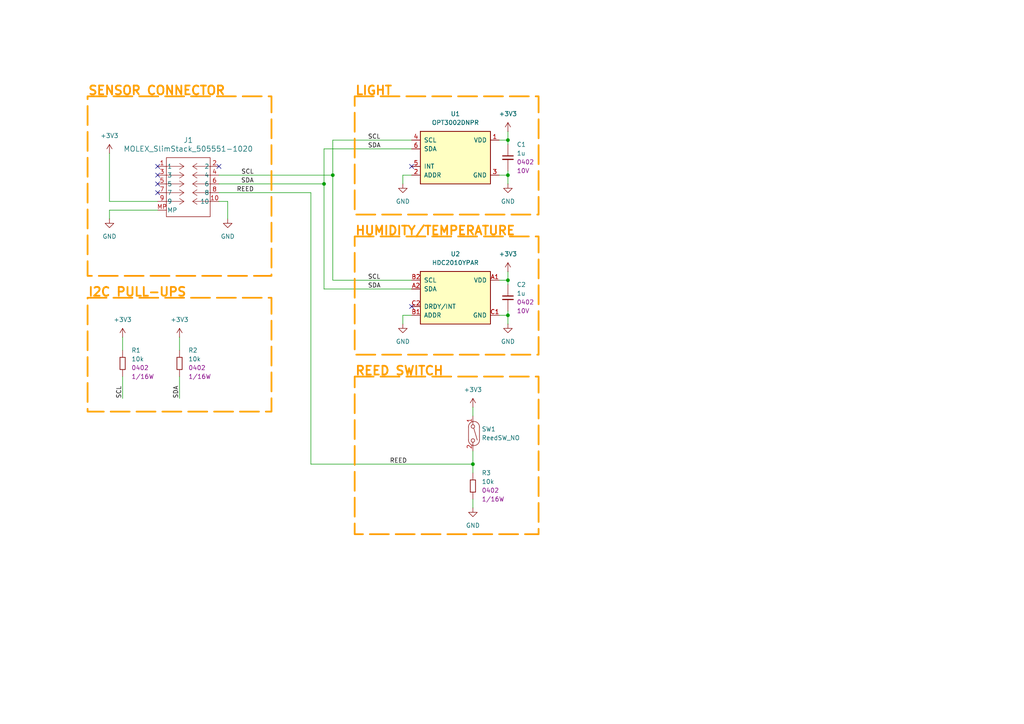
<source format=kicad_sch>
(kicad_sch (version 20250114) (generator "eeschema") (generator_version "9.0")
  (paper "A4")
  (title_block (title "Xihe") (date "2025-08-26") (rev "0.1"))
  (lib_symbols
    (symbol "connectors:MOLEX_SlimStack_505551-1020" (pin_names (offset 0.254))
      (property "Reference" "J" (at 6.096 1.27 0))
      (property "Value" "MOLEX_SlimStack_505551-1020" (at -1.27 13.716 0))
      (symbol "MOLEX_SlimStack_505551-1020_0_1"
        (rectangle (start 0 0) (end 12.7 -17.145))
      )
      (symbol "MOLEX_SlimStack_505551-1020_1_0"
        (pin passive line (at -2.54 -10.16 0) (length 2.54) (name "8") (number "8"))
        (pin passive line (at -2.54 -12.7 0) (length 2.54) (name "10") (number "10"))
        (pin passive line (at 15.24 -10.16 180) (length 2.54) (name "7") (number "7"))
        (pin passive line (at 15.24 -12.7 180) (length 2.54) (name "9") (number "9"))
        (pin passive line (at 15.24 -15.24 180) (length 2.54) (name "MP") (number "MP"))
      )
      (symbol "MOLEX_SlimStack_505551-1020_1_1"
        (polyline (pts (xy 5.08 -2.54) (xy 0 -2.54)) (stroke (width 0.127)))
        (polyline (pts (xy 5.08 -2.54) (xy 3.81 -1.6933)) (stroke (width 0.127)))
        (polyline (pts (xy 5.08 -2.54) (xy 3.81 -3.3867)) (stroke (width 0.127)))
        (polyline (pts (xy 5.08 -5.08) (xy 0 -5.08)) (stroke (width 0.127)))
        (polyline (pts (xy 5.08 -5.08) (xy 3.81 -4.2333)) (stroke (width 0.127)))
        (polyline (pts (xy 5.08 -5.08) (xy 3.81 -5.9267)) (stroke (width 0.127)))
        (polyline (pts (xy 5.08 -7.62) (xy 0 -7.62)) (stroke (width 0.127)))
        (polyline (pts (xy 5.08 -7.62) (xy 3.81 -6.7733)) (stroke (width 0.127)))
        (polyline (pts (xy 5.08 -7.62) (xy 3.81 -8.4667)) (stroke (width 0.127)))
        (polyline (pts (xy 5.08 -10.16) (xy 0 -10.16)) (stroke (width 0.127)))
        (polyline (pts (xy 5.08 -10.16) (xy 3.81 -9.3133)) (stroke (width 0.127)))
        (polyline (pts (xy 5.08 -10.16) (xy 3.81 -11.0067)) (stroke (width 0.127)))
        (polyline (pts (xy 5.08 -12.7) (xy 0 -12.7)) (stroke (width 0.127)))
        (polyline (pts (xy 5.08 -12.7) (xy 3.81 -11.8533)) (stroke (width 0.127)))
        (polyline (pts (xy 5.08 -12.7) (xy 3.81 -13.5467)) (stroke (width 0.127)))
        (polyline (pts (xy 7.62 -2.54) (xy 8.89 -1.6933)) (stroke (width 0.127)))
        (polyline (pts (xy 7.62 -2.54) (xy 8.89 -3.3867)) (stroke (width 0.127)))
        (polyline (pts (xy 7.62 -2.54) (xy 12.7 -2.54)) (stroke (width 0.127)))
        (polyline (pts (xy 7.62 -5.08) (xy 8.89 -4.2333)) (stroke (width 0.127)))
        (polyline (pts (xy 7.62 -5.08) (xy 8.89 -5.9267)) (stroke (width 0.127)))
        (polyline (pts (xy 7.62 -5.08) (xy 12.7 -5.08)) (stroke (width 0.127)))
        (polyline (pts (xy 7.62 -7.62) (xy 8.89 -6.7733)) (stroke (width 0.127)))
        (polyline (pts (xy 7.62 -7.62) (xy 8.89 -8.4667)) (stroke (width 0.127)))
        (polyline (pts (xy 7.62 -7.62) (xy 12.7 -7.62)) (stroke (width 0.127)))
        (polyline (pts (xy 7.62 -10.16) (xy 8.89 -9.3133)) (stroke (width 0.127)))
        (polyline (pts (xy 7.62 -10.16) (xy 8.89 -11.0067)) (stroke (width 0.127)))
        (polyline (pts (xy 7.62 -10.16) (xy 12.7 -10.16)) (stroke (width 0.127)))
        (polyline (pts (xy 7.62 -12.7) (xy 8.89 -11.8533)) (stroke (width 0.127)))
        (polyline (pts (xy 7.62 -12.7) (xy 8.89 -13.5467)) (stroke (width 0.127)))
        (polyline (pts (xy 7.62 -12.7) (xy 12.7 -12.7)) (stroke (width 0.127)))
        (pin passive line (at -2.54 -2.54 0) (length 2.54) (name "2") (number "2"))
        (pin passive line (at -2.54 -5.08 0) (length 2.54) (name "4") (number "4"))
        (pin passive line (at -2.54 -7.62 0) (length 2.54) (name "6") (number "6"))
        (pin passive line (at 15.24 -2.54 180) (length 2.54) (name "1") (number "1"))
        (pin passive line (at 15.24 -5.08 180) (length 2.54) (name "3") (number "3"))
        (pin passive line (at 15.24 -7.62 180) (length 2.54) (name "5") (number "5"))
      )
    )
    (symbol "passive:C" (pin_numbers (hide yes))
      (property "Reference" "C" (at 2.54 -1.27 0))
      (property "Value" "C" (at 2.54 -3.048 0))
      (property "Package" "PKG" (at 2.54 -4.826 0))
      (property "Voltage Rating" "V" (at 2.54 -6.604 0))
      (symbol "C_0_1"
        (polyline (pts (xy -1.524 -3.302) (xy 1.524 -3.302)) (stroke (width 0.3048)))
        (polyline (pts (xy -1.524 -4.318) (xy 1.524 -4.318)) (stroke (width 0.3302)))
      )
      (symbol "C_1_1"
        (pin passive line (at 0 0 270) (length 3.175) (name "~") (number "1"))
        (pin passive line (at 0 -7.62 90) (length 3.175) (name "~") (number "2"))
      )
    )
    (symbol "passive:R" (pin_numbers (hide yes))
      (property "Reference" "R" (at 2.54 -1.27 0))
      (property "Value" "R" (at 2.54 -3.048 0))
      (property "Package" "PKG" (at 2.54 -4.826 0))
      (property "Power" "W" (at 2.54 -6.604 0))
      (symbol "R_0_1"
        (rectangle (start -0.762 -2.032) (end 0.762 -5.588) (stroke (width 0.2032)))
      )
      (symbol "R_1_1"
        (pin passive line (at 0 0 270) (length 1.905) (name "~") (number "1"))
        (pin passive line (at 0 -7.62 90) (length 1.905) (name "~") (number "2"))
      )
    )
    (symbol "power_symbol:+3V3" (power) (pin_numbers (hide yes)) (pin_names (offset 0) (hide yes))
      (property "Value" "+3V3" (at 0 3.556 0))
      (symbol "+3V3_0_1"
        (polyline (pts (xy -0.762 1.27) (xy 0 2.54)))
        (polyline (pts (xy 0 2.54) (xy 0.762 1.27)))
        (polyline (pts (xy 0 0) (xy 0 2.54)))
      )
      (symbol "+3V3_1_1"
        (pin power_in line (at 0 0 90) (length 0) (name "~") (number "1"))
      )
    )
    (symbol "power_symbol:GND" (power) (pin_numbers (hide yes)) (pin_names (offset 0) (hide yes))
      (property "Value" "GND" (at 0 -3.81 0))
      (symbol "GND_0_1"
        (polyline (pts (xy 0 0) (xy 0 -1.27) (xy 1.27 -1.27) (xy 0 -2.54) (xy -1.27 -1.27) (xy 0 -1.27)))
      )
      (symbol "GND_1_1"
        (pin power_in line (at 0 0 270) (length 0) (name "~") (number "1"))
      )
    )
    (symbol "sensor:HDC2010YPAR" (pin_names (offset 1.016))
      (property "Reference" "U" (at 0 1.27 0))
      (property "Value" "HDC2010YPAR" (at 0 -16.002 0))
      (symbol "HDC2010YPAR_0_0"
        (rectangle (start 0 0) (end 20.32 -15.24) (stroke (width 0.254)) (fill (type background)))
        (pin bidirectional line (at -2.54 -5.08 0) (length 2.54) (name "SDA") (number "A2"))
        (pin output line (at -2.54 -10.16 0) (length 2.54) (name "DRDY/INT") (number "C2"))
        (pin input line (at -2.54 -12.7 0) (length 2.54) (name "ADDR") (number "B1"))
        (pin power_in line (at 22.86 -2.54 180) (length 2.54) (name "VDD") (number "A1"))
        (pin power_in line (at 22.86 -12.7 180) (length 2.54) (name "GND") (number "C1"))
      )
      (symbol "HDC2010YPAR_1_0"
        (pin input line (at -2.54 -2.54 0) (length 2.54) (name "SCL") (number "B2"))
      )
    )
    (symbol "sensor:OPT3002DNPR" (pin_names (offset 1.016))
      (property "Reference" "U" (at 0 0.762 0))
      (property "Value" "OPT3002DNPR" (at 0 -17.526 0))
      (symbol "OPT3002DNPR_0_0"
        (rectangle (start 0 0) (end 20.32 -15.24) (stroke (width 0.254)) (fill (type background)))
        (pin bidirectional line (at -2.54 -5.08 0) (length 2.54) (name "SDA") (number "6"))
        (pin output line (at -2.54 -10.16 0) (length 2.54) (name "INT") (number "5"))
        (pin input line (at -2.54 -12.7 0) (length 2.54) (name "ADDR") (number "2"))
        (pin power_in line (at 22.86 -2.54 180) (length 2.54) (name "VDD") (number "1"))
        (pin power_in line (at 22.86 -12.7 180) (length 2.54) (name "GND") (number "3"))
      )
      (symbol "OPT3002DNPR_1_0"
        (pin input line (at -2.54 -2.54 0) (length 2.54) (name "SCL") (number "4"))
        (pin passive line (at 22.86 -12.7 180) (length 2.54) (hide yes) (name "GND") (number "7"))
      )
    )
    (symbol "sensor:ReedSW_NO" (pin_names (offset 0) (hide yes))
      (property "Reference" "SW" (at 0 3.175 0))
      (property "Value" "ReedSW_NO" (at 0 -2.54 0))
      (symbol "ReedSW_NO_0_0"
        (circle (center -2.032 0) (radius 0.508))
        (polyline (pts (xy -1.524 0.254) (xy 1.905 1.27)))
        (circle (center 2.032 0) (radius 0.508))
      )
      (symbol "ReedSW_NO_0_1"
        (polyline (pts (xy -1.905 1.905) (xy 1.905 1.905)))
        (arc (start -1.905 -1.27) (mid -3.4925 0.3175) (end -1.905 1.905))
        (polyline (pts (xy -1.905 -1.27) (xy 1.905 -1.27)))
        (arc (start 1.905 1.905) (mid 3.4925 0.3175) (end 1.905 -1.27))
      )
      (symbol "ReedSW_NO_1_1"
        (pin passive line (at -5.08 0 0) (length 2.54) (name "A") (number "1"))
        (pin passive line (at 5.08 0 180) (length 2.54) (name "B") (number "2"))
      )
    )
  )
  (rectangle (start 25.4 86.36) (end 78.74 119.38) (stroke (width 0.5) (type dash) (color 255 153 0 1)))
  (rectangle (start 102.87 109.22) (end 156.21 154.94) (stroke (width 0.5) (type dash) (color 255 153 0 1)))
  (rectangle (start 102.87 27.94) (end 156.21 62.23) (stroke (width 0.5) (type dash) (color 255 153 0 1)))
  (rectangle (start 25.4 27.94) (end 78.74 80.01) (stroke (width 0.5) (type dash) (color 255 153 0 1)))
  (rectangle (start 102.87 68.58) (end 156.21 102.87) (stroke (width 0.5) (type dash) (color 255 153 0 1)))
  (text "REED SWITCH" (at 102.87 109.22 0) (effects (font (size 2.54 2.54) (thickness 0.508) (bold yes)) (justify left bottom)))
  (text "SENSOR CONNECTOR" (at 25.4 27.94 0) (effects (font (size 2.54 2.54) (thickness 0.508) (bold yes)) (justify left bottom)))
  (text "I2C PULL-UPS" (at 25.4 86.36 0) (effects (font (size 2.54 2.54) (thickness 0.508) (bold yes)) (justify left bottom)))
  (text "HUMIDITY/TEMPERATURE" (at 102.87 68.58 0) (effects (font (size 2.54 2.54) (thickness 0.508) (bold yes)) (justify left bottom)))
  (text "LIGHT" (at 102.87 27.94 0) (effects (font (size 2.54 2.54) (thickness 0.508) (bold yes)) (justify left bottom)))
  (junction (at 96.52 50.8))
  (junction (at 93.98 53.34))
  (junction (at 147.32 40.64))
  (junction (at 147.32 81.28))
  (junction (at 147.32 91.44))
  (junction (at 147.32 50.8))
  (junction (at 137.16 134.62))
  (no_connect (at 119.38 48.26))
  (no_connect (at 63.5 48.26))
  (no_connect (at 45.72 55.88))
  (no_connect (at 45.72 50.8))
  (no_connect (at 119.38 88.9))
  (no_connect (at 45.72 48.26))
  (no_connect (at 45.72 53.34))
  (wire (pts (xy 147.32 90.17) (xy 147.32 91.44)))
  (wire (pts (xy 90.17 134.62) (xy 137.16 134.62)))
  (wire (pts (xy 116.84 91.44) (xy 119.38 91.44)))
  (wire (pts (xy 137.16 144.78) (xy 137.16 147.32)))
  (wire (pts (xy 90.17 55.88) (xy 90.17 134.62)))
  (wire (pts (xy 116.84 50.8) (xy 116.84 53.34)))
  (wire (pts (xy 63.5 50.8) (xy 96.52 50.8)))
  (wire (pts (xy 66.04 58.42) (xy 63.5 58.42)))
  (wire (pts (xy 147.32 49.53) (xy 147.32 50.8)))
  (wire (pts (xy 93.98 83.82) (xy 93.98 53.34)))
  (wire (pts (xy 96.52 40.64) (xy 96.52 50.8)))
  (wire (pts (xy 45.72 58.42) (xy 31.75 58.42)))
  (wire (pts (xy 147.32 81.28) (xy 147.32 82.55)))
  (wire (pts (xy 96.52 81.28) (xy 119.38 81.28)))
  (wire (pts (xy 147.32 50.8) (xy 147.32 53.34)))
  (wire (pts (xy 31.75 60.96) (xy 45.72 60.96)))
  (wire (pts (xy 144.78 81.28) (xy 147.32 81.28)))
  (wire (pts (xy 93.98 83.82) (xy 119.38 83.82)))
  (wire (pts (xy 147.32 91.44) (xy 147.32 93.98)))
  (wire (pts (xy 144.78 91.44) (xy 147.32 91.44)))
  (wire (pts (xy 31.75 60.96) (xy 31.75 63.5)))
  (wire (pts (xy 116.84 93.98) (xy 116.84 91.44)))
  (wire (pts (xy 63.5 55.88) (xy 90.17 55.88)))
  (wire (pts (xy 35.56 97.79) (xy 35.56 101.6)))
  (wire (pts (xy 31.75 58.42) (xy 31.75 44.45)))
  (wire (pts (xy 119.38 40.64) (xy 96.52 40.64)))
  (wire (pts (xy 137.16 130.81) (xy 137.16 134.62)))
  (wire (pts (xy 93.98 43.18) (xy 119.38 43.18)))
  (wire (pts (xy 52.07 109.22) (xy 52.07 115.57)))
  (wire (pts (xy 93.98 53.34) (xy 63.5 53.34)))
  (wire (pts (xy 137.16 118.11) (xy 137.16 120.65)))
  (wire (pts (xy 66.04 58.42) (xy 66.04 63.5)))
  (wire (pts (xy 147.32 78.74) (xy 147.32 81.28)))
  (wire (pts (xy 96.52 81.28) (xy 96.52 50.8)))
  (wire (pts (xy 119.38 50.8) (xy 116.84 50.8)))
  (wire (pts (xy 147.32 40.64) (xy 147.32 41.91)))
  (wire (pts (xy 137.16 134.62) (xy 137.16 137.16)))
  (wire (pts (xy 35.56 109.22) (xy 35.56 115.57)))
  (wire (pts (xy 147.32 38.1) (xy 147.32 40.64)))
  (wire (pts (xy 144.78 50.8) (xy 147.32 50.8)))
  (wire (pts (xy 93.98 53.34) (xy 93.98 43.18)))
  (wire (pts (xy 144.78 40.64) (xy 147.32 40.64)))
  (wire (pts (xy 52.07 97.79) (xy 52.07 101.6)))
  (label "SCL" (at 35.56 115.57 90))
  (label "SDA" (at 52.07 115.57 90))
  (label "SDA" (at 106.68 43.18 0))
  (label "SCL" (at 73.66 50.8 180))
  (label "REED" (at 73.66 55.88 180))
  (label "SDA" (at 106.68 83.82 0))
  (label "REED" (at 113.03 134.62 0))
  (label "SDA" (at 73.66 53.34 180))
  (label "SCL" (at 106.68 81.28 0))
  (label "SCL" (at 106.68 40.64 0))
  (symbol (lib_id "sensor:ReedSW_NO") (at 137.16 125.73 270) (unit 1)
    (property "Reference" "SW1" (at 139.7 124.4599 90) (effects (justify left)))
    (property "Value" "ReedSW_NO" (at 139.7 126.9999 90) (effects (justify left)))
    (property "Footprint" "part_specific:COMUS_RI80SMDM0510J1" (effects (hide yes)))
    (property "Description" "Single Pole Single Throw (SPST) reed switch normally open" (effects (hide yes)))
    (property "Manufacturer" "Comus" (effects (hide yes)))
    (property "Mounting Type" "smt" (effects (hide yes)))
    (property "Part Number" "RI80SMDM-0510-J1" (effects (hide yes)))
  )
  (symbol (lib_id "passive:R") (at 52.07 101.6 0) (unit 1)
    (property "Reference" "R2" (at 54.61 101.5999 0) (effects (justify left)))
    (property "Value" "10k" (at 54.61 104.1399 0) (effects (justify left)))
    (property "Footprint" "passive:R_0402_1005Metric" (effects (hide yes)))
    (property "Package" "0402" (at 54.61 106.6799 0) (effects (justify left)))
    (property "Power" "1/16W" (at 54.61 109.2199 0) (effects (justify left)))
    (property "Manufacturer" "YAGEO" (effects (hide yes)))
    (property "Mounting Type" "smt" (effects (hide yes)))
    (property "Part Number" "RC0402FR-0710KP" (effects (hide yes)))
  )
  (symbol (lib_id "power_symbol:+3V3") (at 52.07 97.79 0) (unit 1)
    (property "Reference" "#PWR013" (effects (hide yes)))
    (property "Value" "+3V3" (at 52.07 92.71 0))
    (property "Description" "Power symbol creates a global label with name \"+3V3\"" (effects (hide yes)))
  )
  (symbol (lib_id "power_symbol:+3V3") (at 147.32 78.74 0) (unit 1)
    (property "Reference" "#PWR02" (effects (hide yes)))
    (property "Value" "+3V3" (at 147.32 73.66 0))
    (property "Description" "Power symbol creates a global label with name \"+3V3\"" (effects (hide yes)))
  )
  (symbol (lib_id "power_symbol:GND") (at 147.32 53.34 0) (unit 1)
    (property "Reference" "#PWR06" (effects (hide yes)))
    (property "Value" "GND" (at 147.32 58.42 0))
    (property "Description" "Power symbol creates a global label with name \"GND\" , ground" (effects (hide yes)))
  )
  (symbol (lib_id "passive:C") (at 147.32 41.91 0) (unit 1)
    (property "Reference" "C1" (at 149.86 41.9162 0) (effects (justify left)))
    (property "Value" "1u" (at 149.86 44.4562 0) (effects (justify left)))
    (property "Footprint" "passive:C_0402_1005Metric" (effects (hide yes)))
    (property "Package" "0402" (at 149.86 46.9962 0) (effects (justify left)))
    (property "Voltage Rating" "10V" (at 149.86 49.5362 0) (effects (justify left)))
    (property "Manufacturer" "Murata Electronics" (effects (hide yes)))
    (property "Mounting Type" "smt" (effects (hide yes)))
    (property "Part Number" "GRM155Z71A105KE01J" (effects (hide yes)))
  )
  (symbol (lib_id "power_symbol:GND") (at 31.75 63.5 0) (mirror y) (unit 1)
    (property "Reference" "#PWR016" (effects (hide yes)))
    (property "Value" "GND" (at 31.75 68.58 0))
    (property "Description" "Power symbol creates a global label with name \"GND\" , ground" (effects (hide yes)))
  )
  (symbol (lib_id "passive:R") (at 35.56 101.6 0) (unit 1)
    (property "Reference" "R1" (at 38.1 101.5999 0) (effects (justify left)))
    (property "Value" "10k" (at 38.1 104.1399 0) (effects (justify left)))
    (property "Footprint" "passive:R_0402_1005Metric" (effects (hide yes)))
    (property "Package" "0402" (at 38.1 106.6799 0) (effects (justify left)))
    (property "Power" "1/16W" (at 38.1 109.2199 0) (effects (justify left)))
    (property "Manufacturer" "YAGEO" (effects (hide yes)))
    (property "Mounting Type" "smt" (effects (hide yes)))
    (property "Part Number" "RC0402FR-0710KP" (effects (hide yes)))
  )
  (symbol (lib_id "power_symbol:GND") (at 66.04 63.5 0) (mirror y) (unit 1)
    (property "Reference" "#PWR014" (effects (hide yes)))
    (property "Value" "GND" (at 66.04 68.58 0))
    (property "Description" "Power symbol creates a global label with name \"GND\" , ground" (effects (hide yes)))
  )
  (symbol (lib_id "power_symbol:GND") (at 147.32 93.98 0) (unit 1)
    (property "Reference" "#PWR01" (effects (hide yes)))
    (property "Value" "GND" (at 147.32 99.06 0))
    (property "Description" "Power symbol creates a global label with name \"GND\" , ground" (effects (hide yes)))
  )
  (symbol (lib_id "sensor:HDC2010YPAR") (at 121.92 78.74 0) (unit 1)
    (property "Reference" "U2" (at 132.08 73.66 0))
    (property "Value" "HDC2010YPAR" (at 132.08 76.2 0))
    (property "Footprint" "generic:TI_6DSBGA_YPA" (effects (hide yes)))
    (property "Datasheet" "https://www.ti.com/lit/ds/symlink/hdc2010.pdf" (effects (hide yes)))
    (property "Description" "Low-Power Humidity and Temperature Digital Sensors" (effects (hide yes)))
    (property "Manufacturer" "Texas Instruments" (effects (hide yes)))
    (property "MAXIMUM_PACKAGE_HEIGHT" "0.675 mm" (effects (hide yes)))
    (property "STANDARD" "IPC 7351B" (effects (hide yes)))
    (property "Mounting Type" "smt" (effects (hide yes)))
    (property "Package" "6DSBGA" (effects (hide yes)))
    (property "Part Number" "HDC2010YPAR" (effects (hide yes)))
  )
  (symbol (lib_id "power_symbol:GND") (at 116.84 53.34 0) (unit 1)
    (property "Reference" "#PWR011" (effects (hide yes)))
    (property "Value" "GND" (at 116.84 58.42 0))
    (property "Description" "Power symbol creates a global label with name \"GND\" , ground" (effects (hide yes)))
  )
  (symbol (lib_id "power_symbol:+3V3") (at 137.16 118.11 0) (unit 1)
    (property "Reference" "#PWR07" (effects (hide yes)))
    (property "Value" "+3V3" (at 137.16 113.03 0))
    (property "Description" "Power symbol creates a global label with name \"+3V3\"" (effects (hide yes)))
  )
  (symbol (lib_id "power_symbol:+3V3") (at 31.75 44.45 0) (mirror y) (unit 1)
    (property "Reference" "#PWR015" (effects (hide yes)))
    (property "Value" "+3V3" (at 31.75 39.37 0))
    (property "Description" "Power symbol creates a global label with name \"+3V3\"" (effects (hide yes)))
  )
  (symbol (lib_id "passive:C") (at 147.32 82.55 0) (unit 1)
    (property "Reference" "C2" (at 149.86 82.5562 0) (effects (justify left)))
    (property "Value" "1u" (at 149.86 85.0962 0) (effects (justify left)))
    (property "Footprint" "passive:C_0402_1005Metric" (effects (hide yes)))
    (property "Package" "0402" (at 149.86 87.6362 0) (effects (justify left)))
    (property "Voltage Rating" "10V" (at 149.86 90.1762 0) (effects (justify left)))
    (property "Manufacturer" "Murata Electronics" (effects (hide yes)))
    (property "Mounting Type" "smt" (effects (hide yes)))
    (property "Part Number" "GRM155Z71A105KE01J" (effects (hide yes)))
  )
  (symbol (lib_id "power_symbol:GND") (at 116.84 93.98 0) (unit 1)
    (property "Reference" "#PWR010" (effects (hide yes)))
    (property "Value" "GND" (at 116.84 99.06 0))
    (property "Description" "Power symbol creates a global label with name \"GND\" , ground" (effects (hide yes)))
  )
  (symbol (lib_id "power_symbol:+3V3") (at 147.32 38.1 0) (mirror y) (unit 1)
    (property "Reference" "#PWR05" (effects (hide yes)))
    (property "Value" "+3V3" (at 147.32 33.02 0))
    (property "Description" "Power symbol creates a global label with name \"+3V3\"" (effects (hide yes)))
  )
  (symbol (lib_id "power_symbol:GND") (at 137.16 147.32 0) (unit 1)
    (property "Reference" "#PWR08" (effects (hide yes)))
    (property "Value" "GND" (at 137.16 152.4 0))
    (property "Description" "Power symbol creates a global label with name \"GND\" , ground" (effects (hide yes)))
  )
  (symbol (lib_id "connectors:MOLEX_SlimStack_505551-1020") (at 60.96 45.72 0) (mirror y) (unit 1)
    (property "Reference" "J1" (at 54.61 40.64 0) (effects (font (size 1.524 1.524))))
    (property "Value" "MOLEX_SlimStack_505551-1020" (at 54.61 43.18 0) (effects (font (size 1.524 1.524))))
    (property "Footprint" "connectors:MOLEX_SlimStack_505551-1020" (effects (hide yes)))
    (property "Datasheet" "https://tools.molex.com/pdm_docs/sd/5055511020_sd.pdf" (effects (hide yes)))
    (property "Description" "Molex SlimStack 02x03" (effects (hide yes)))
    (property "Manufacturer" "Molex" (effects (hide yes)))
    (property "Mounting Type" "smt" (effects (hide yes)))
    (property "Part Number" "5055511020" (effects (hide yes)))
  )
  (symbol (lib_id "power_symbol:+3V3") (at 35.56 97.79 0) (unit 1)
    (property "Reference" "#PWR012" (effects (hide yes)))
    (property "Value" "+3V3" (at 35.56 92.71 0))
    (property "Description" "Power symbol creates a global label with name \"+3V3\"" (effects (hide yes)))
  )
  (symbol (lib_id "sensor:OPT3002DNPR") (at 121.92 38.1 0) (unit 1)
    (property "Reference" "U1" (at 132.08 33.02 0))
    (property "Value" "OPT3002DNPR" (at 132.08 35.56 0))
    (property "Footprint" "generic:TI_6USON_DNP" (effects (hide yes)))
    (property "Datasheet" "https://www.ti.com/lit/ds/symlink/opt3002.pdf" (effects (hide yes)))
    (property "Description" "Light to Digital Sensor" (effects (hide yes)))
    (property "Manufacturer" "Texas Instruments" (effects (hide yes)))
    (property "Mounting Type" "smt" (effects (hide yes)))
    (property "Package" "6USON" (effects (hide yes)))
    (property "Part Number" "OPT3002DNPR" (effects (hide yes)))
  )
  (symbol (lib_id "passive:R") (at 137.16 137.16 0) (unit 1)
    (property "Reference" "R3" (at 139.7 137.1599 0) (effects (justify left)))
    (property "Value" "10k" (at 139.7 139.6999 0) (effects (justify left)))
    (property "Footprint" "passive:R_0402_1005Metric" (effects (hide yes)))
    (property "Package" "0402" (at 139.7 142.2399 0) (effects (justify left)))
    (property "Power" "1/16W" (at 139.7 144.7799 0) (effects (justify left)))
    (property "Manufacturer" "YAGEO" (effects (hide yes)))
    (property "Mounting Type" "smt" (effects (hide yes)))
    (property "Part Number" "RC0402FR-0710KP" (effects (hide yes)))
  )
)
</source>
